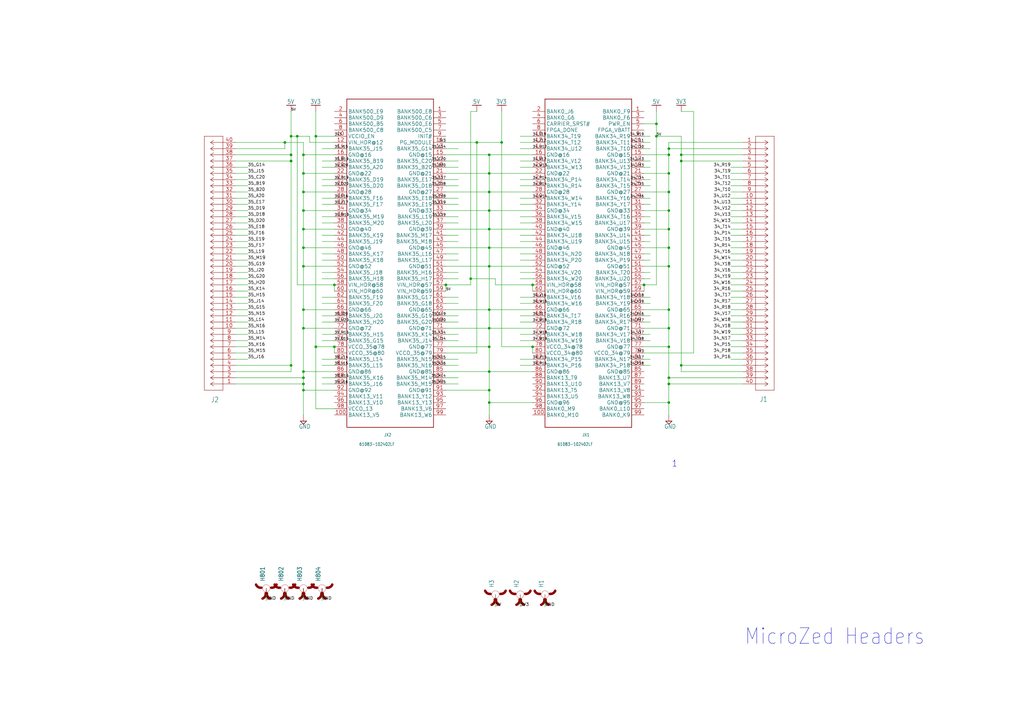
<source format=kicad_sch>
(kicad_sch (version 20250114) (generator "eeschema") (generator_version "9.0")
  (paper "A3")
  (title_block (title "MicroZed Headers") (rev "1"))
  (text "MicroZed Headers" (at 305.308 264.922 0) (effects (font (size 6.4516 5.4838)) (justify left bottom)))
  (text "1" (at 275.59 191.77 0) (effects (font (size 2.54 2.159)) (justify left bottom)))
  (junction (at 269.24 55.88))
  (junction (at 274.32 157.48))
  (junction (at 124.46 71.12))
  (junction (at 200.66 86.36))
  (junction (at 205.74 58.42))
  (junction (at 195.58 58.42))
  (junction (at 200.66 134.62))
  (junction (at 124.46 160.02))
  (junction (at 200.66 78.74))
  (junction (at 200.66 63.5))
  (junction (at 119.38 55.88))
  (junction (at 274.32 127))
  (junction (at 124.46 157.48))
  (junction (at 124.46 134.62))
  (junction (at 274.32 134.62))
  (junction (at 124.46 154.94))
  (junction (at 116.84 58.42))
  (junction (at 200.66 101.6))
  (junction (at 137.16 142.24))
  (junction (at 200.66 71.12))
  (junction (at 274.32 93.98))
  (junction (at 274.32 109.22))
  (junction (at 124.46 93.98))
  (junction (at 200.66 109.22))
  (junction (at 124.46 63.5))
  (junction (at 274.32 63.5))
  (junction (at 129.54 55.88))
  (junction (at 121.92 55.88))
  (junction (at 279.4 63.5))
  (junction (at 119.38 63.5))
  (junction (at 200.66 93.98))
  (junction (at 274.32 154.94))
  (junction (at 124.46 109.22))
  (junction (at 137.16 116.84))
  (junction (at 124.46 127))
  (junction (at 279.4 66.04))
  (junction (at 200.66 152.4))
  (junction (at 274.32 165.1))
  (junction (at 218.44 142.24))
  (junction (at 124.46 78.74))
  (junction (at 200.66 127))
  (junction (at 119.38 66.04))
  (junction (at 200.66 142.24))
  (junction (at 274.32 86.36))
  (junction (at 274.32 142.24))
  (junction (at 279.4 149.86))
  (junction (at 124.46 101.6))
  (junction (at 218.44 116.84))
  (junction (at 124.46 152.4))
  (junction (at 119.38 149.86))
  (junction (at 124.46 86.36))
  (junction (at 269.24 50.8))
  (junction (at 274.32 71.12))
  (junction (at 274.32 78.74))
  (junction (at 274.32 101.6))
  (junction (at 200.66 160.02))
  (junction (at 200.66 165.1))
  (junction (at 274.32 60.96))
  (junction (at 264.16 116.84))
  (junction (at 193.04 114.3))
  (junction (at 182.88 116.84))
  (junction (at 129.54 142.24))
  (wire (pts (xy 304.8 63.5) (xy 279.4 63.5)) (stroke (width 0.1524)))
  (wire (pts (xy 304.8 157.48) (xy 274.32 157.48)) (stroke (width 0.1524)))
  (wire (pts (xy 96.52 154.94) (xy 124.46 154.94)) (stroke (width 0.1524)))
  (wire (pts (xy 137.16 81.28) (xy 132.08 81.28)) (stroke (width 0.1524)))
  (wire (pts (xy 182.88 129.54) (xy 187.96 129.54)) (stroke (width 0.1524)))
  (wire (pts (xy 124.46 134.62) (xy 124.46 152.4)) (stroke (width 0.1524)))
  (wire (pts (xy 304.8 152.4) (xy 279.4 152.4)) (stroke (width 0.1524)))
  (wire (pts (xy 304.8 137.16) (xy 299.72 137.16)) (stroke (width 0.1524)))
  (wire (pts (xy 304.8 78.74) (xy 299.72 78.74)) (stroke (width 0.1524)))
  (wire (pts (xy 96.52 116.84) (xy 101.6 116.84)) (stroke (width 0.1524)))
  (wire (pts (xy 304.8 101.6) (xy 299.72 101.6)) (stroke (width 0.1524)))
  (wire (pts (xy 264.16 104.14) (xy 266.7 104.14)) (stroke (width 0.1524)))
  (wire (pts (xy 137.16 127) (xy 124.46 127)) (stroke (width 0.1524)))
  (wire (pts (xy 137.16 71.12) (xy 124.46 71.12)) (stroke (width 0.1524)))
  (wire (pts (xy 137.16 134.62) (xy 124.46 134.62)) (stroke (width 0.1524)))
  (wire (pts (xy 200.66 109.22) (xy 200.66 127)) (stroke (width 0.1524)))
  (wire (pts (xy 264.16 76.2) (xy 266.7 76.2)) (stroke (width 0.1524)))
  (wire (pts (xy 274.32 134.62) (xy 274.32 142.24)) (stroke (width 0.1524)))
  (wire (pts (xy 182.88 63.5) (xy 200.66 63.5)) (stroke (width 0.1524)))
  (wire (pts (xy 137.16 142.24) (xy 129.54 142.24)) (stroke (width 0.1524)))
  (wire (pts (xy 124.46 71.12) (xy 124.46 78.74)) (stroke (width 0.1524)))
  (wire (pts (xy 200.66 134.62) (xy 200.66 142.24)) (stroke (width 0.1524)))
  (wire (pts (xy 137.16 96.52) (xy 132.08 96.52)) (stroke (width 0.1524)))
  (wire (pts (xy 124.46 152.4) (xy 124.46 154.94)) (stroke (width 0.1524)))
  (wire (pts (xy 96.52 152.4) (xy 119.38 152.4)) (stroke (width 0.1524)))
  (wire (pts (xy 304.8 93.98) (xy 299.72 93.98)) (stroke (width 0.1524)))
  (wire (pts (xy 124.46 160.02) (xy 124.46 170.18)) (stroke (width 0.1524)))
  (wire (pts (xy 284.48 144.78) (xy 284.48 45.72)) (stroke (width 0.1524)))
  (wire (pts (xy 304.8 60.96) (xy 274.32 60.96)) (stroke (width 0.1524)))
  (wire (pts (xy 264.16 129.54) (xy 266.7 129.54)) (stroke (width 0.1524)))
  (wire (pts (xy 137.16 66.04) (xy 132.08 66.04)) (stroke (width 0.1524)))
  (wire (pts (xy 96.52 124.46) (xy 101.6 124.46)) (stroke (width 0.1524)))
  (wire (pts (xy 284.48 45.72) (xy 279.4 45.72)) (stroke (width 0.1524)))
  (wire (pts (xy 182.88 109.22) (xy 200.66 109.22)) (stroke (width 0.1524)))
  (wire (pts (xy 137.16 91.44) (xy 132.08 91.44)) (stroke (width 0.1524)))
  (wire (pts (xy 304.8 81.28) (xy 299.72 81.28)) (stroke (width 0.1524)))
  (wire (pts (xy 264.16 99.06) (xy 266.7 99.06)) (stroke (width 0.1524)))
  (wire (pts (xy 96.52 129.54) (xy 101.6 129.54)) (stroke (width 0.1524)))
  (wire (pts (xy 200.66 142.24) (xy 200.66 152.4)) (stroke (width 0.1524)))
  (wire (pts (xy 96.52 119.38) (xy 101.6 119.38)) (stroke (width 0.1524)))
  (wire (pts (xy 218.44 104.14) (xy 213.36 104.14)) (stroke (width 0.1524)))
  (wire (pts (xy 218.44 109.22) (xy 200.66 109.22)) (stroke (width 0.1524)))
  (wire (pts (xy 274.32 157.48) (xy 274.32 165.1)) (stroke (width 0.1524)))
  (wire (pts (xy 304.8 58.42) (xy 274.32 58.42)) (stroke (width 0.1524)))
  (wire (pts (xy 200.66 127) (xy 200.66 134.62)) (stroke (width 0.1524)))
  (wire (pts (xy 96.52 60.96) (xy 116.84 60.96)) (stroke (width 0.1524)))
  (wire (pts (xy 304.8 99.06) (xy 299.72 99.06)) (stroke (width 0.1524)))
  (wire (pts (xy 96.52 71.12) (xy 101.6 71.12)) (stroke (width 0.1524)))
  (wire (pts (xy 96.52 144.78) (xy 101.6 144.78)) (stroke (width 0.1524)))
  (wire (pts (xy 304.8 142.24) (xy 299.72 142.24)) (stroke (width 0.1524)))
  (wire (pts (xy 182.88 157.48) (xy 187.96 157.48)) (stroke (width 0.1524)))
  (wire (pts (xy 274.32 60.96) (xy 274.32 63.5)) (stroke (width 0.1524)))
  (wire (pts (xy 264.16 88.9) (xy 266.7 88.9)) (stroke (width 0.1524)))
  (wire (pts (xy 264.16 134.62) (xy 274.32 134.62)) (stroke (width 0.1524)))
  (wire (pts (xy 218.44 78.74) (xy 200.66 78.74)) (stroke (width 0.1524)))
  (wire (pts (xy 218.44 96.52) (xy 213.36 96.52)) (stroke (width 0.1524)))
  (wire (pts (xy 109.22 243.84) (xy 109.22 246.38)) (stroke (width 0.1524)))
  (wire (pts (xy 96.52 66.04) (xy 119.38 66.04)) (stroke (width 0.1524)))
  (wire (pts (xy 96.52 91.44) (xy 101.6 91.44)) (stroke (width 0.1524)))
  (wire (pts (xy 264.16 124.46) (xy 266.7 124.46)) (stroke (width 0.1524)))
  (wire (pts (xy 137.16 124.46) (xy 132.08 124.46)) (stroke (width 0.1524)))
  (wire (pts (xy 218.44 152.4) (xy 200.66 152.4)) (stroke (width 0.1524)))
  (wire (pts (xy 96.52 104.14) (xy 101.6 104.14)) (stroke (width 0.1524)))
  (wire (pts (xy 195.58 144.78) (xy 195.58 58.42)) (stroke (width 0.1524)))
  (wire (pts (xy 304.8 114.3) (xy 299.72 114.3)) (stroke (width 0.1524)))
  (wire (pts (xy 279.4 63.5) (xy 279.4 55.88)) (stroke (width 0.1524)))
  (wire (pts (xy 127 58.42) (xy 137.16 58.42)) (stroke (width 0.1524)))
  (wire (pts (xy 218.44 71.12) (xy 200.66 71.12)) (stroke (width 0.1524)))
  (wire (pts (xy 264.16 109.22) (xy 274.32 109.22)) (stroke (width 0.1524)))
  (wire (pts (xy 116.84 60.96) (xy 116.84 58.42)) (stroke (width 0.1524)))
  (wire (pts (xy 264.16 81.28) (xy 266.7 81.28)) (stroke (width 0.1524)))
  (wire (pts (xy 218.44 134.62) (xy 200.66 134.62)) (stroke (width 0.1524)))
  (wire (pts (xy 218.44 132.08) (xy 213.36 132.08)) (stroke (width 0.1524)))
  (wire (pts (xy 182.88 124.46) (xy 187.96 124.46)) (stroke (width 0.1524)))
  (wire (pts (xy 137.16 88.9) (xy 132.08 88.9)) (stroke (width 0.1524)))
  (wire (pts (xy 137.16 119.38) (xy 137.16 116.84)) (stroke (width 0.1524)))
  (wire (pts (xy 96.52 137.16) (xy 101.6 137.16)) (stroke (width 0.1524)))
  (wire (pts (xy 182.88 99.06) (xy 187.96 99.06)) (stroke (width 0.1524)))
  (wire (pts (xy 182.88 116.84) (xy 193.04 116.84)) (stroke (width 0.1524)))
  (wire (pts (xy 304.8 116.84) (xy 299.72 116.84)) (stroke (width 0.1524)))
  (wire (pts (xy 96.52 73.66) (xy 101.6 73.66)) (stroke (width 0.1524)))
  (wire (pts (xy 124.46 157.48) (xy 124.46 160.02)) (stroke (width 0.1524)))
  (wire (pts (xy 182.88 78.74) (xy 200.66 78.74)) (stroke (width 0.1524)))
  (wire (pts (xy 182.88 60.96) (xy 187.96 60.96)) (stroke (width 0.1524)))
  (wire (pts (xy 96.52 63.5) (xy 119.38 63.5)) (stroke (width 0.1524)))
  (wire (pts (xy 182.88 86.36) (xy 200.66 86.36)) (stroke (width 0.1524)))
  (wire (pts (xy 304.8 147.32) (xy 299.72 147.32)) (stroke (width 0.1524)))
  (wire (pts (xy 119.38 152.4) (xy 119.38 149.86)) (stroke (width 0.1524)))
  (wire (pts (xy 182.88 137.16) (xy 187.96 137.16)) (stroke (width 0.1524)))
  (wire (pts (xy 264.16 63.5) (xy 274.32 63.5)) (stroke (width 0.1524)))
  (wire (pts (xy 264.16 139.7) (xy 266.7 139.7)) (stroke (width 0.1524)))
  (wire (pts (xy 137.16 129.54) (xy 132.08 129.54)) (stroke (width 0.1524)))
  (wire (pts (xy 124.46 58.42) (xy 124.46 63.5)) (stroke (width 0.1524)))
  (wire (pts (xy 203.2 246.38) (xy 203.2 248.92)) (stroke (width 0.1524)))
  (wire (pts (xy 264.16 93.98) (xy 274.32 93.98)) (stroke (width 0.1524)))
  (wire (pts (xy 200.66 165.1) (xy 200.66 170.18)) (stroke (width 0.1524)))
  (wire (pts (xy 137.16 106.68) (xy 132.08 106.68)) (stroke (width 0.1524)))
  (wire (pts (xy 218.44 127) (xy 200.66 127)) (stroke (width 0.1524)))
  (wire (pts (xy 96.52 101.6) (xy 101.6 101.6)) (stroke (width 0.1524)))
  (wire (pts (xy 182.88 132.08) (xy 187.96 132.08)) (stroke (width 0.1524)))
  (wire (pts (xy 132.08 243.84) (xy 132.08 246.38)) (stroke (width 0.1524)))
  (wire (pts (xy 218.44 114.3) (xy 213.36 114.3)) (stroke (width 0.1524)))
  (wire (pts (xy 264.16 116.84) (xy 269.24 116.84)) (stroke (width 0.1524)))
  (wire (pts (xy 218.44 144.78) (xy 218.44 142.24)) (stroke (width 0.1524)))
  (wire (pts (xy 203.2 114.3) (xy 193.04 114.3)) (stroke (width 0.1524)))
  (wire (pts (xy 218.44 111.76) (xy 213.36 111.76)) (stroke (width 0.1524)))
  (wire (pts (xy 279.4 66.04) (xy 279.4 63.5)) (stroke (width 0.1524)))
  (wire (pts (xy 119.38 55.88) (xy 119.38 63.5)) (stroke (width 0.1524)))
  (wire (pts (xy 200.66 101.6) (xy 200.66 109.22)) (stroke (width 0.1524)))
  (wire (pts (xy 218.44 81.28) (xy 213.36 81.28)) (stroke (width 0.1524)))
  (wire (pts (xy 137.16 83.82) (xy 132.08 83.82)) (stroke (width 0.1524)))
  (wire (pts (xy 264.16 165.1) (xy 274.32 165.1)) (stroke (width 0.1524)))
  (wire (pts (xy 137.16 121.92) (xy 132.08 121.92)) (stroke (width 0.1524)))
  (wire (pts (xy 137.16 157.48) (xy 132.08 157.48)) (stroke (width 0.1524)))
  (wire (pts (xy 279.4 149.86) (xy 279.4 66.04)) (stroke (width 0.1524)))
  (wire (pts (xy 304.8 129.54) (xy 299.72 129.54)) (stroke (width 0.1524)))
  (wire (pts (xy 200.66 71.12) (xy 200.66 78.74)) (stroke (width 0.1524)))
  (wire (pts (xy 264.16 147.32) (xy 266.7 147.32)) (stroke (width 0.1524)))
  (wire (pts (xy 119.38 66.04) (xy 119.38 63.5)) (stroke (width 0.1524)))
  (wire (pts (xy 218.44 73.66) (xy 213.36 73.66)) (stroke (width 0.1524)))
  (wire (pts (xy 182.88 149.86) (xy 187.96 149.86)) (stroke (width 0.1524)))
  (wire (pts (xy 218.44 91.44) (xy 213.36 91.44)) (stroke (width 0.1524)))
  (wire (pts (xy 96.52 58.42) (xy 116.84 58.42)) (stroke (width 0.1524)))
  (wire (pts (xy 264.16 50.8) (xy 269.24 50.8)) (stroke (width 0.1524)))
  (wire (pts (xy 218.44 137.16) (xy 213.36 137.16)) (stroke (width 0.1524)))
  (wire (pts (xy 182.88 119.38) (xy 182.88 116.84)) (stroke (width 0.1524)))
  (wire (pts (xy 274.32 71.12) (xy 274.32 78.74)) (stroke (width 0.1524)))
  (wire (pts (xy 304.8 104.14) (xy 299.72 104.14)) (stroke (width 0.1524)))
  (wire (pts (xy 274.32 101.6) (xy 274.32 109.22)) (stroke (width 0.1524)))
  (wire (pts (xy 137.16 154.94) (xy 132.08 154.94)) (stroke (width 0.1524)))
  (wire (pts (xy 137.16 86.36) (xy 124.46 86.36)) (stroke (width 0.1524)))
  (wire (pts (xy 304.8 71.12) (xy 299.72 71.12)) (stroke (width 0.1524)))
  (wire (pts (xy 264.16 96.52) (xy 266.7 96.52)) (stroke (width 0.1524)))
  (wire (pts (xy 137.16 55.88) (xy 129.54 55.88)) (stroke (width 0.1524)))
  (wire (pts (xy 182.88 160.02) (xy 200.66 160.02)) (stroke (width 0.1524)))
  (wire (pts (xy 264.16 149.86) (xy 266.7 149.86)) (stroke (width 0.1524)))
  (wire (pts (xy 182.88 114.3) (xy 187.96 114.3)) (stroke (width 0.1524)))
  (wire (pts (xy 304.8 144.78) (xy 299.72 144.78)) (stroke (width 0.1524)))
  (wire (pts (xy 124.46 243.84) (xy 124.46 246.38)) (stroke (width 0.1524)))
  (wire (pts (xy 304.8 86.36) (xy 299.72 86.36)) (stroke (width 0.1524)))
  (wire (pts (xy 218.44 119.38) (xy 218.44 116.84)) (stroke (width 0.1524)))
  (wire (pts (xy 124.46 127) (xy 124.46 134.62)) (stroke (width 0.1524)))
  (wire (pts (xy 274.32 109.22) (xy 274.32 127)) (stroke (width 0.1524)))
  (wire (pts (xy 96.52 157.48) (xy 124.46 157.48)) (stroke (width 0.1524)))
  (wire (pts (xy 200.66 63.5) (xy 200.66 71.12)) (stroke (width 0.1524)))
  (wire (pts (xy 274.32 93.98) (xy 274.32 101.6)) (stroke (width 0.1524)))
  (wire (pts (xy 124.46 86.36) (xy 124.46 93.98)) (stroke (width 0.1524)))
  (wire (pts (xy 304.8 149.86) (xy 279.4 149.86)) (stroke (width 0.1524)))
  (wire (pts (xy 137.16 144.78) (xy 137.16 142.24)) (stroke (width 0.1524)))
  (wire (pts (xy 124.46 109.22) (xy 124.46 127)) (stroke (width 0.1524)))
  (wire (pts (xy 182.88 58.42) (xy 195.58 58.42)) (stroke (width 0.1524)))
  (wire (pts (xy 137.16 78.74) (xy 124.46 78.74)) (stroke (width 0.1524)))
  (wire (pts (xy 182.88 106.68) (xy 187.96 106.68)) (stroke (width 0.1524)))
  (wire (pts (xy 274.32 127) (xy 274.32 134.62)) (stroke (width 0.1524)))
  (wire (pts (xy 274.32 142.24) (xy 274.32 154.94)) (stroke (width 0.1524)))
  (wire (pts (xy 96.52 106.68) (xy 101.6 106.68)) (stroke (width 0.1524)))
  (wire (pts (xy 182.88 144.78) (xy 195.58 144.78)) (stroke (width 0.1524)))
  (wire (pts (xy 264.16 55.88) (xy 266.7 55.88)) (stroke (width 0.1524)))
  (wire (pts (xy 124.46 101.6) (xy 124.46 109.22)) (stroke (width 0.1524)))
  (wire (pts (xy 137.16 149.86) (xy 132.08 149.86)) (stroke (width 0.1524)))
  (wire (pts (xy 218.44 149.86) (xy 213.36 149.86)) (stroke (width 0.1524)))
  (wire (pts (xy 218.44 106.68) (xy 213.36 106.68)) (stroke (width 0.1524)))
  (wire (pts (xy 127 55.88) (xy 127 58.42)) (stroke (width 0.1524)))
  (wire (pts (xy 96.52 132.08) (xy 101.6 132.08)) (stroke (width 0.1524)))
  (wire (pts (xy 96.52 96.52) (xy 101.6 96.52)) (stroke (width 0.1524)))
  (wire (pts (xy 137.16 139.7) (xy 132.08 139.7)) (stroke (width 0.1524)))
  (wire (pts (xy 304.8 121.92) (xy 299.72 121.92)) (stroke (width 0.1524)))
  (wire (pts (xy 218.44 101.6) (xy 200.66 101.6)) (stroke (width 0.1524)))
  (wire (pts (xy 304.8 127) (xy 299.72 127)) (stroke (width 0.1524)))
  (wire (pts (xy 218.44 124.46) (xy 213.36 124.46)) (stroke (width 0.1524)))
  (wire (pts (xy 274.32 58.42) (xy 274.32 60.96)) (stroke (width 0.1524)))
  (wire (pts (xy 200.66 78.74) (xy 200.66 86.36)) (stroke (width 0.1524)))
  (wire (pts (xy 96.52 88.9) (xy 101.6 88.9)) (stroke (width 0.1524)))
  (wire (pts (xy 193.04 45.72) (xy 195.58 45.72)) (stroke (width 0.1524)))
  (wire (pts (xy 218.44 76.2) (xy 213.36 76.2)) (stroke (width 0.1524)))
  (wire (pts (xy 304.8 66.04) (xy 279.4 66.04)) (stroke (width 0.1524)))
  (wire (pts (xy 304.8 96.52) (xy 299.72 96.52)) (stroke (width 0.1524)))
  (wire (pts (xy 182.88 96.52) (xy 187.96 96.52)) (stroke (width 0.1524)))
  (wire (pts (xy 182.88 73.66) (xy 187.96 73.66)) (stroke (width 0.1524)))
  (wire (pts (xy 304.8 119.38) (xy 299.72 119.38)) (stroke (width 0.1524)))
  (wire (pts (xy 121.92 116.84) (xy 121.92 55.88)) (stroke (width 0.1524)))
  (wire (pts (xy 195.58 58.42) (xy 205.74 58.42)) (stroke (width 0.1524)))
  (wire (pts (xy 304.8 83.82) (xy 299.72 83.82)) (stroke (width 0.1524)))
  (wire (pts (xy 182.88 68.58) (xy 187.96 68.58)) (stroke (width 0.1524)))
  (wire (pts (xy 304.8 88.9) (xy 299.72 88.9)) (stroke (width 0.1524)))
  (wire (pts (xy 218.44 86.36) (xy 200.66 86.36)) (stroke (width 0.1524)))
  (wire (pts (xy 96.52 127) (xy 101.6 127)) (stroke (width 0.1524)))
  (wire (pts (xy 304.8 106.68) (xy 299.72 106.68)) (stroke (width 0.1524)))
  (wire (pts (xy 218.44 68.58) (xy 213.36 68.58)) (stroke (width 0.1524)))
  (wire (pts (xy 274.32 78.74) (xy 274.32 86.36)) (stroke (width 0.1524)))
  (wire (pts (xy 304.8 139.7) (xy 299.72 139.7)) (stroke (width 0.1524)))
  (wire (pts (xy 193.04 114.3) (xy 193.04 45.72)) (stroke (width 0.1524)))
  (wire (pts (xy 96.52 139.7) (xy 101.6 139.7)) (stroke (width 0.1524)))
  (wire (pts (xy 264.16 142.24) (xy 274.32 142.24)) (stroke (width 0.1524)))
  (wire (pts (xy 218.44 142.24) (xy 205.74 142.24)) (stroke (width 0.1524)))
  (wire (pts (xy 137.16 73.66) (xy 132.08 73.66)) (stroke (width 0.1524)))
  (wire (pts (xy 269.24 116.84) (xy 269.24 55.88)) (stroke (width 0.1524)))
  (wire (pts (xy 264.16 83.82) (xy 266.7 83.82)) (stroke (width 0.1524)))
  (wire (pts (xy 96.52 68.58) (xy 101.6 68.58)) (stroke (width 0.1524)))
  (wire (pts (xy 218.44 88.9) (xy 213.36 88.9)) (stroke (width 0.1524)))
  (wire (pts (xy 264.16 111.76) (xy 266.7 111.76)) (stroke (width 0.1524)))
  (wire (pts (xy 200.66 93.98) (xy 200.66 101.6)) (stroke (width 0.1524)))
  (wire (pts (xy 182.88 101.6) (xy 200.66 101.6)) (stroke (width 0.1524)))
  (wire (pts (xy 137.16 76.2) (xy 132.08 76.2)) (stroke (width 0.1524)))
  (wire (pts (xy 116.84 58.42) (xy 124.46 58.42)) (stroke (width 0.1524)))
  (wire (pts (xy 182.88 81.28) (xy 187.96 81.28)) (stroke (width 0.1524)))
  (wire (pts (xy 213.36 246.38) (xy 213.36 248.92)) (stroke (width 0.1524)))
  (wire (pts (xy 137.16 99.06) (xy 132.08 99.06)) (stroke (width 0.1524)))
  (wire (pts (xy 218.44 147.32) (xy 213.36 147.32)) (stroke (width 0.1524)))
  (wire (pts (xy 182.88 104.14) (xy 187.96 104.14)) (stroke (width 0.1524)))
  (wire (pts (xy 137.16 132.08) (xy 132.08 132.08)) (stroke (width 0.1524)))
  (wire (pts (xy 96.52 147.32) (xy 101.6 147.32)) (stroke (width 0.1524)))
  (wire (pts (xy 137.16 60.96) (xy 132.08 60.96)) (stroke (width 0.1524)))
  (wire (pts (xy 129.54 55.88) (xy 129.54 45.72)) (stroke (width 0.1524)))
  (wire (pts (xy 116.84 243.84) (xy 116.84 246.38)) (stroke (width 0.1524)))
  (wire (pts (xy 137.16 111.76) (xy 132.08 111.76)) (stroke (width 0.1524)))
  (wire (pts (xy 137.16 167.64) (xy 129.54 167.64)) (stroke (width 0.1524)))
  (wire (pts (xy 182.88 147.32) (xy 187.96 147.32)) (stroke (width 0.1524)))
  (wire (pts (xy 137.16 160.02) (xy 124.46 160.02)) (stroke (width 0.1524)))
  (wire (pts (xy 137.16 93.98) (xy 124.46 93.98)) (stroke (width 0.1524)))
  (wire (pts (xy 304.8 154.94) (xy 274.32 154.94)) (stroke (width 0.1524)))
  (wire (pts (xy 304.8 73.66) (xy 299.72 73.66)) (stroke (width 0.1524)))
  (wire (pts (xy 223.52 246.38) (xy 223.52 248.92)) (stroke (width 0.1524)))
  (wire (pts (xy 304.8 124.46) (xy 299.72 124.46)) (stroke (width 0.1524)))
  (wire (pts (xy 264.16 78.74) (xy 274.32 78.74)) (stroke (width 0.1524)))
  (wire (pts (xy 264.16 101.6) (xy 274.32 101.6)) (stroke (width 0.1524)))
  (wire (pts (xy 264.16 71.12) (xy 274.32 71.12)) (stroke (width 0.1524)))
  (wire (pts (xy 137.16 101.6) (xy 124.46 101.6)) (stroke (width 0.1524)))
  (wire (pts (xy 200.66 160.02) (xy 200.66 165.1)) (stroke (width 0.1524)))
  (wire (pts (xy 264.16 137.16) (xy 266.7 137.16)) (stroke (width 0.1524)))
  (wire (pts (xy 269.24 55.88) (xy 269.24 50.8)) (stroke (width 0.1524)))
  (wire (pts (xy 264.16 114.3) (xy 266.7 114.3)) (stroke (width 0.1524)))
  (wire (pts (xy 182.88 66.04) (xy 187.96 66.04)) (stroke (width 0.1524)))
  (wire (pts (xy 182.88 83.82) (xy 187.96 83.82)) (stroke (width 0.1524)))
  (wire (pts (xy 264.16 86.36) (xy 274.32 86.36)) (stroke (width 0.1524)))
  (wire (pts (xy 182.88 127) (xy 200.66 127)) (stroke (width 0.1524)))
  (wire (pts (xy 182.88 76.2) (xy 187.96 76.2)) (stroke (width 0.1524)))
  (wire (pts (xy 304.8 134.62) (xy 299.72 134.62)) (stroke (width 0.1524)))
  (wire (pts (xy 96.52 121.92) (xy 101.6 121.92)) (stroke (width 0.1524)))
  (wire (pts (xy 274.32 86.36) (xy 274.32 93.98)) (stroke (width 0.1524)))
  (wire (pts (xy 304.8 68.58) (xy 299.72 68.58)) (stroke (width 0.1524)))
  (wire (pts (xy 218.44 116.84) (xy 203.2 116.84)) (stroke (width 0.1524)))
  (wire (pts (xy 96.52 93.98) (xy 101.6 93.98)) (stroke (width 0.1524)))
  (wire (pts (xy 96.52 99.06) (xy 101.6 99.06)) (stroke (width 0.1524)))
  (wire (pts (xy 96.52 83.82) (xy 101.6 83.82)) (stroke (width 0.1524)))
  (wire (pts (xy 182.88 88.9) (xy 187.96 88.9)) (stroke (width 0.1524)))
  (wire (pts (xy 96.52 111.76) (xy 101.6 111.76)) (stroke (width 0.1524)))
  (wire (pts (xy 304.8 91.44) (xy 299.72 91.44)) (stroke (width 0.1524)))
  (wire (pts (xy 264.16 58.42) (xy 266.7 58.42)) (stroke (width 0.1524)))
  (wire (pts (xy 96.52 78.74) (xy 101.6 78.74)) (stroke (width 0.1524)))
  (wire (pts (xy 137.16 68.58) (xy 132.08 68.58)) (stroke (width 0.1524)))
  (wire (pts (xy 279.4 55.88) (xy 269.24 55.88)) (stroke (width 0.1524)))
  (wire (pts (xy 182.88 93.98) (xy 200.66 93.98)) (stroke (width 0.1524)))
  (wire (pts (xy 124.46 93.98) (xy 124.46 101.6)) (stroke (width 0.1524)))
  (wire (pts (xy 96.52 109.22) (xy 101.6 109.22)) (stroke (width 0.1524)))
  (wire (pts (xy 182.88 134.62) (xy 200.66 134.62)) (stroke (width 0.1524)))
  (wire (pts (xy 264.16 106.68) (xy 266.7 106.68)) (stroke (width 0.1524)))
  (wire (pts (xy 279.4 152.4) (xy 279.4 149.86)) (stroke (width 0.1524)))
  (wire (pts (xy 264.16 121.92) (xy 266.7 121.92)) (stroke (width 0.1524)))
  (wire (pts (xy 182.88 142.24) (xy 200.66 142.24)) (stroke (width 0.1524)))
  (wire (pts (xy 274.32 154.94) (xy 274.32 157.48)) (stroke (width 0.1524)))
  (wire (pts (xy 218.44 55.88) (xy 213.36 55.88)) (stroke (width 0.1524)))
  (wire (pts (xy 124.46 78.74) (xy 124.46 86.36)) (stroke (width 0.1524)))
  (wire (pts (xy 137.16 109.22) (xy 124.46 109.22)) (stroke (width 0.1524)))
  (wire (pts (xy 264.16 127) (xy 274.32 127)) (stroke (width 0.1524)))
  (wire (pts (xy 203.2 116.84) (xy 203.2 114.3)) (stroke (width 0.1524)))
  (wire (pts (xy 137.16 114.3) (xy 132.08 114.3)) (stroke (width 0.1524)))
  (wire (pts (xy 129.54 142.24) (xy 129.54 55.88)) (stroke (width 0.1524)))
  (wire (pts (xy 96.52 81.28) (xy 101.6 81.28)) (stroke (width 0.1524)))
  (wire (pts (xy 218.44 129.54) (xy 213.36 129.54)) (stroke (width 0.1524)))
  (wire (pts (xy 129.54 167.64) (xy 129.54 142.24)) (stroke (width 0.1524)))
  (wire (pts (xy 218.44 121.92) (xy 213.36 121.92)) (stroke (width 0.1524)))
  (wire (pts (xy 264.16 91.44) (xy 266.7 91.44)) (stroke (width 0.1524)))
  (wire (pts (xy 264.16 119.38) (xy 264.16 116.84)) (stroke (width 0.1524)))
  (wire (pts (xy 182.88 121.92) (xy 187.96 121.92)) (stroke (width 0.1524)))
  (wire (pts (xy 96.52 149.86) (xy 119.38 149.86)) (stroke (width 0.1524)))
  (wire (pts (xy 264.16 144.78) (xy 284.48 144.78)) (stroke (width 0.1524)))
  (wire (pts (xy 264.16 60.96) (xy 266.7 60.96)) (stroke (width 0.1524)))
  (wire (pts (xy 182.88 152.4) (xy 200.66 152.4)) (stroke (width 0.1524)))
  (wire (pts (xy 193.04 116.84) (xy 193.04 114.3)) (stroke (width 0.1524)))
  (wire (pts (xy 137.16 116.84) (xy 121.92 116.84)) (stroke (width 0.1524)))
  (wire (pts (xy 218.44 83.82) (xy 213.36 83.82)) (stroke (width 0.1524)))
  (wire (pts (xy 218.44 99.06) (xy 213.36 99.06)) (stroke (width 0.1524)))
  (wire (pts (xy 182.88 111.76) (xy 187.96 111.76)) (stroke (width 0.1524)))
  (wire (pts (xy 137.16 137.16) (xy 132.08 137.16)) (stroke (width 0.1524)))
  (wire (pts (xy 96.52 134.62) (xy 101.6 134.62)) (stroke (width 0.1524)))
  (wire (pts (xy 121.92 55.88) (xy 127 55.88)) (stroke (width 0.1524)))
  (wire (pts (xy 96.52 86.36) (xy 101.6 86.36)) (stroke (width 0.1524)))
  (wire (pts (xy 137.16 147.32) (xy 132.08 147.32)) (stroke (width 0.1524)))
  (wire (pts (xy 96.52 76.2) (xy 101.6 76.2)) (stroke (width 0.1524)))
  (wire (pts (xy 119.38 149.86) (xy 119.38 66.04)) (stroke (width 0.1524)))
  (wire (pts (xy 124.46 63.5) (xy 124.46 71.12)) (stroke (width 0.1524)))
  (wire (pts (xy 182.88 154.94) (xy 187.96 154.94)) (stroke (width 0.1524)))
  (wire (pts (xy 96.52 142.24) (xy 101.6 142.24)) (stroke (width 0.1524)))
  (wire (pts (xy 137.16 63.5) (xy 124.46 63.5)) (stroke (width 0.1524)))
  (wire (pts (xy 137.16 104.14) (xy 132.08 104.14)) (stroke (width 0.1524)))
  (wire (pts (xy 119.38 55.88) (xy 121.92 55.88)) (stroke (width 0.1524)))
  (wire (pts (xy 218.44 63.5) (xy 200.66 63.5)) (stroke (width 0.1524)))
  (wire (pts (xy 304.8 76.2) (xy 299.72 76.2)) (stroke (width 0.1524)))
  (wire (pts (xy 274.32 63.5) (xy 274.32 71.12)) (stroke (width 0.1524)))
  (wire (pts (xy 264.16 66.04) (xy 266.7 66.04)) (stroke (width 0.1524)))
  (wire (pts (xy 205.74 142.24) (xy 205.74 58.42)) (stroke (width 0.1524)))
  (wire (pts (xy 182.88 91.44) (xy 187.96 91.44)) (stroke (width 0.1524)))
  (wire (pts (xy 304.8 111.76) (xy 299.72 111.76)) (stroke (width 0.1524)))
  (wire (pts (xy 304.8 109.22) (xy 299.72 109.22)) (stroke (width 0.1524)))
  (wire (pts (xy 218.44 60.96) (xy 213.36 60.96)) (stroke (width 0.1524)))
  (wire (pts (xy 200.66 86.36) (xy 200.66 93.98)) (stroke (width 0.1524)))
  (wire (pts (xy 218.44 58.42) (xy 213.36 58.42)) (stroke (width 0.1524)))
  (wire (pts (xy 264.16 68.58) (xy 266.7 68.58)) (stroke (width 0.1524)))
  (wire (pts (xy 205.74 58.42) (xy 205.74 45.72)) (stroke (width 0.1524)))
  (wire (pts (xy 96.52 114.3) (xy 101.6 114.3)) (stroke (width 0.1524)))
  (wire (pts (xy 200.66 152.4) (xy 200.66 160.02)) (stroke (width 0.1524)))
  (wire (pts (xy 218.44 93.98) (xy 200.66 93.98)) (stroke (width 0.1524)))
  (wire (pts (xy 182.88 71.12) (xy 200.66 71.12)) (stroke (width 0.1524)))
  (wire (pts (xy 264.16 73.66) (xy 266.7 73.66)) (stroke (width 0.1524)))
  (wire (pts (xy 124.46 154.94) (xy 124.46 157.48)) (stroke (width 0.1524)))
  (wire (pts (xy 264.16 132.08) (xy 266.7 132.08)) (stroke (width 0.1524)))
  (wire (pts (xy 218.44 165.1) (xy 200.66 165.1)) (stroke (width 0.1524)))
  (wire (pts (xy 218.44 66.04) (xy 213.36 66.04)) (stroke (width 0.1524)))
  (wire (pts (xy 274.32 165.1) (xy 274.32 170.18)) (stroke (width 0.1524)))
  (wire (pts (xy 137.16 152.4) (xy 124.46 152.4)) (stroke (width 0.1524)))
  (wire (pts (xy 218.44 139.7) (xy 213.36 139.7)) (stroke (width 0.1524)))
  (wire (pts (xy 182.88 139.7) (xy 187.96 139.7)) (stroke (width 0.1524)))
  (wire (pts (xy 269.24 50.8) (xy 269.24 45.72)) (stroke (width 0.1524)))
  (wire (pts (xy 304.8 132.08) (xy 299.72 132.08)) (stroke (width 0.1524)))
  (wire (pts (xy 119.38 45.72) (xy 119.38 55.88)) (stroke (width 0.1524)))
  (label "34_P18" (at 264.16 149.86 180) (effects (font (size 1.016 1.016))))
  (label "34_R16" (at 299.72 119.38 180) (effects (font (size 1.2446 1.2446))))
  (label "35_B19" (at 137.16 66.04 0) (effects (font (size 1.016 1.016))))
  (label "34_P16" (at 299.72 147.32 180) (effects (font (size 1.2446 1.2446))))
  (label "34_W16" (at 299.72 116.84 180) (effects (font (size 1.2446 1.2446))))
  (label "35_N15" (at 182.88 147.32 180) (effects (font (size 1.016 1.016))))
  (label "35_B20" (at 101.6 78.74 0) (effects (font (size 1.2446 1.2446))))
  (label "GND" (at 116.84 246.38 0) (effects (font (size 1.2446 1.2446))))
  (label "34_P14" (at 218.44 73.66 0) (effects (font (size 1.016 1.016))))
  (label "34_Y19" (at 264.16 124.46 180) (effects (font (size 1.016 1.016))))
  (label "34_Y18" (at 299.72 109.22 180) (effects (font (size 1.2446 1.2446))))
  (label "34_P15" (at 299.72 142.24 180) (effects (font (size 1.2446 1.2446))))
  (label "34_W18" (at 218.44 137.16 0) (effects (font (size 1.016 1.016))))
  (label "34_T14" (at 264.16 73.66 180) (effects (font (size 1.016 1.016))))
  (label "34_P14" (at 299.72 96.52 180) (effects (font (size 1.2446 1.2446))))
  (label "35_G20" (at 182.88 132.08 180) (effects (font (size 1.016 1.016))))
  (label "35_G19" (at 101.6 109.22 0) (effects (font (size 1.2446 1.2446))))
  (label "35_H15" (at 137.16 137.16 0) (effects (font (size 1.016 1.016))))
  (label "35_J14" (at 101.6 124.46 0) (effects (font (size 1.2446 1.2446))))
  (label "5V" (at 119.38 45.72 0) (effects (font (size 1.016 1.016))))
  (label "34_T12" (at 299.72 76.2 180) (effects (font (size 1.2446 1.2446))))
  (label "35_B20" (at 182.88 68.58 180) (effects (font (size 1.016 1.016))))
  (label "35_F17" (at 137.16 83.82 0) (effects (font (size 1.016 1.016))))
  (label "GND" (at 109.22 246.38 0) (effects (font (size 1.2446 1.2446))))
  (label "34_U12" (at 218.44 60.96 0) (effects (font (size 1.016 1.016))))
  (label "35_D18" (at 182.88 76.2 180) (effects (font (size 1.016 1.016))))
  (label "35_H20" (at 137.16 132.08 0) (effects (font (size 1.016 1.016))))
  (label "3V3" (at 182.88 58.42 180) (effects (font (size 1.016 1.016))))
  (label "35_G19" (at 182.88 129.54 180) (effects (font (size 1.016 1.016))))
  (label "35_C20" (at 101.6 73.66 0) (effects (font (size 1.2446 1.2446))))
  (label "34_V12" (at 218.44 66.04 0) (effects (font (size 1.016 1.016))))
  (label "34_T10" (at 299.72 78.74 180) (effects (font (size 1.2446 1.2446))))
  (label "35_L14" (at 137.16 147.32 0) (effects (font (size 1.016 1.016))))
  (label "35_K16" (at 101.6 142.24 0) (effects (font (size 1.2446 1.2446))))
  (label "35_L14" (at 101.6 132.08 0) (effects (font (size 1.2446 1.2446))))
  (label "34_V18" (at 299.72 134.62 180) (effects (font (size 1.2446 1.2446))))
  (label "34_R14" (at 299.72 101.6 180) (effects (font (size 1.2446 1.2446))))
  (label "34_R16" (at 264.16 129.54 180) (effects (font (size 1.016 1.016))))
  (label "35_K14" (at 182.88 137.16 180) (effects (font (size 1.016 1.016))))
  (label "34_R18" (at 218.44 132.08 0) (effects (font (size 1.016 1.016))))
  (label "35_D20" (at 137.16 76.2 0) (effects (font (size 1.016 1.016))))
  (label "35_E17" (at 182.88 73.66 180) (effects (font (size 1.016 1.016))))
  (label "34_T15" (at 299.72 99.06 180) (effects (font (size 1.2446 1.2446))))
  (label "34_V16" (at 218.44 121.92 0) (effects (font (size 1.016 1.016))))
  (label "34_V17" (at 299.72 129.54 180) (effects (font (size 1.2446 1.2446))))
  (label "34_W19" (at 299.72 137.16 180) (effects (font (size 1.2446 1.2446))))
  (label "34_T10" (at 264.16 60.96 180) (effects (font (size 1.016 1.016))))
  (label "GND" (at 132.08 246.38 0) (effects (font (size 1.2446 1.2446))))
  (label "35_H20" (at 101.6 116.84 0) (effects (font (size 1.2446 1.2446))))
  (label "34_T15" (at 264.16 76.2 180) (effects (font (size 1.016 1.016))))
  (label "35_M15" (at 182.88 157.48 180) (effects (font (size 1.016 1.016))))
  (label "35_G15" (at 101.6 127 0) (effects (font (size 1.2446 1.2446))))
  (label "35_D19" (at 101.6 86.36 0) (effects (font (size 1.2446 1.2446))))
  (label "34_P16" (at 218.44 149.86 0) (effects (font (size 1.016 1.016))))
  (label "34_R14" (at 218.44 76.2 0) (effects (font (size 1.016 1.016))))
  (label "34_N17" (at 299.72 139.7 180) (effects (font (size 1.2446 1.2446))))
  (label "34_R17" (at 264.16 132.08 180) (effects (font (size 1.016 1.016))))
  (label "35_N16" (at 182.88 149.86 180) (effects (font (size 1.016 1.016))))
  (label "35_E18" (at 101.6 93.98 0) (effects (font (size 1.2446 1.2446))))
  (label "34_T17" (at 218.44 129.54 0) (effects (font (size 1.016 1.016))))
  (label "35_L15" (at 137.16 149.86 0) (effects (font (size 1.016 1.016))))
  (label "35_L19" (at 101.6 104.14 0) (effects (font (size 1.2446 1.2446))))
  (label "35_J15" (at 137.16 60.96 0) (effects (font (size 1.016 1.016))))
  (label "34_T11" (at 299.72 73.66 180) (effects (font (size 1.2446 1.2446))))
  (label "35_L15" (at 101.6 137.16 0) (effects (font (size 1.2446 1.2446))))
  (label "35_J16" (at 137.16 157.48 0) (effects (font (size 1.016 1.016))))
  (label "34_W18" (at 299.72 132.08 180) (effects (font (size 1.2446 1.2446))))
  (label "34_Y19" (at 299.72 114.3 180) (effects (font (size 1.2446 1.2446))))
  (label "35_G20" (at 101.6 114.3 0) (effects (font (size 1.2446 1.2446))))
  (label "34_Y18" (at 264.16 121.92 180) (effects (font (size 1.016 1.016))))
  (label "34_R19" (at 264.16 55.88 180) (effects (font (size 1.016 1.016))))
  (label "34_V18" (at 264.16 139.7 180) (effects (font (size 1.016 1.016))))
  (label "35_H15" (at 101.6 121.92 0) (effects (font (size 1.2446 1.2446))))
  (label "35_G15" (at 137.16 139.7 0) (effects (font (size 1.016 1.016))))
  (label "34_T19" (at 299.72 71.12 180) (effects (font (size 1.2446 1.2446))))
  (label "35_G14" (at 182.88 60.96 180) (effects (font (size 1.016 1.016))))
  (label "34_R17" (at 299.72 124.46 180) (effects (font (size 1.2446 1.2446))))
  (label "35_D19" (at 137.16 73.66 0) (effects (font (size 1.016 1.016))))
  (label "5V" (at 269.24 55.88 0) (effects (font (size 1.016 1.016))))
  (label "35_B19" (at 101.6 76.2 0) (effects (font (size 1.2446 1.2446))))
  (label "34_W16" (at 218.44 124.46 0) (effects (font (size 1.016 1.016))))
  (label "3V3" (at 264.16 144.78 180) (effects (font (size 1.016 1.016))))
  (label "34_T14" (at 299.72 93.98 180) (effects (font (size 1.2446 1.2446))))
  (label "34_T12" (at 218.44 58.42 0) (effects (font (size 1.016 1.016))))
  (label "35_J20" (at 137.16 129.54 0) (effects (font (size 1.016 1.016))))
  (label "34_W14" (at 218.44 81.28 0) (effects (font (size 1.016 1.016))))
  (label "35_E17" (at 101.6 83.82 0) (effects (font (size 1.2446 1.2446))))
  (label "35_M15" (at 101.6 144.78 0) (effects (font (size 1.2446 1.2446))))
  (label "34_V17" (at 264.16 137.16 180) (effects (font (size 1.016 1.016))))
  (label "34_R19" (at 299.72 68.58 180) (effects (font (size 1.2446 1.2446))))
  (label "34_W13" (at 299.72 91.44 180) (effects (font (size 1.2446 1.2446))))
  (label "34_R18" (at 299.72 127 180) (effects (font (size 1.2446 1.2446))))
  (label "34_T11" (at 264.16 58.42 180) (effects (font (size 1.016 1.016))))
  (label "34_P18" (at 299.72 144.78 180) (effects (font (size 1.2446 1.2446))))
  (label "35_J14" (at 182.88 139.7 180) (effects (font (size 1.016 1.016))))
  (label "35_J20" (at 101.6 111.76 0) (effects (font (size 1.2446 1.2446))))
  (label "35_F16" (at 101.6 96.52 0) (effects (font (size 1.2446 1.2446))))
  (label "GND" (at 223.52 248.92 0) (effects (font (size 1.2446 1.2446))))
  (label "35_E19" (at 101.6 99.06 0) (effects (font (size 1.2446 1.2446))))
  (label "35_J15" (at 101.6 71.12 0) (effects (font (size 1.2446 1.2446))))
  (label "35_A20" (at 101.6 81.28 0) (effects (font (size 1.2446 1.2446))))
  (label "3V3" (at 213.36 248.92 0) (effects (font (size 1.2446 1.2446))))
  (label "GND" (at 124.46 246.38 0) (effects (font (size 1.2446 1.2446))))
  (label "35_D20" (at 101.6 91.44 0) (effects (font (size 1.2446 1.2446))))
  (label "34_W14" (at 299.72 106.68 180) (effects (font (size 1.2446 1.2446))))
  (label "34_W19" (at 218.44 139.7 0) (effects (font (size 1.016 1.016))))
  (label "5V" (at 182.88 119.38 0) (effects (font (size 1.016 1.016))))
  (label "35_E18" (at 182.88 81.28 180) (effects (font (size 1.016 1.016))))
  (label "5V" (at 203.2 248.92 0) (effects (font (size 1.2446 1.2446))))
  (label "34_T19" (at 218.44 55.88 0) (effects (font (size 1.016 1.016))))
  (label "34_V13" (at 264.16 68.58 180) (effects (font (size 1.016 1.016))))
  (label "35_N16" (at 101.6 134.62 0) (effects (font (size 1.2446 1.2446))))
  (label "35_E19" (at 182.88 83.82 180) (effects (font (size 1.016 1.016))))
  (label "35_M19" (at 137.16 88.9 0) (effects (font (size 1.016 1.016))))
  (label "34_U13" (at 264.16 66.04 180) (effects (font (size 1.016 1.016))))
  (label "35_F17" (at 101.6 101.6 0) (effects (font (size 1.2446 1.2446))))
  (label "34_N17" (at 264.16 147.32 180) (effects (font (size 1.016 1.016))))
  (label "34_V16" (at 299.72 111.76 180) (effects (font (size 1.2446 1.2446))))
  (label "35_K16" (at 137.16 154.94 0) (effects (font (size 1.016 1.016))))
  (label "34_Y16" (at 299.72 104.14 180) (effects (font (size 1.2446 1.2446))))
  (label "35_N15" (at 101.6 129.54 0) (effects (font (size 1.2446 1.2446))))
  (label "35_J16" (at 101.6 147.32 0) (effects (font (size 1.2446 1.2446))))
  (label "35_M14" (at 101.6 139.7 0) (effects (font (size 1.2446 1.2446))))
  (label "35_L19" (at 182.88 88.9 180) (effects (font (size 1.016 1.016))))
  (label "35_M19" (at 101.6 106.68 0) (effects (font (size 1.2446 1.2446))))
  (label "35_K14" (at 101.6 119.38 0) (effects (font (size 1.2446 1.2446))))
  (label "34_P15" (at 218.44 147.32 0) (effects (font (size 1.016 1.016))))
  (label "34_Y16" (at 264.16 81.28 180) (effects (font (size 1.016 1.016))))
  (label "35_F16" (at 137.16 81.28 0) (effects (font (size 1.016 1.016))))
  (label "35_C20" (at 182.88 66.04 180) (effects (font (size 1.016 1.016))))
  (label "35_A20" (at 137.16 68.58 0) (effects (font (size 1.016 1.016))))
  (label "34_U12" (at 299.72 81.28 180) (effects (font (size 1.2446 1.2446))))
  (label "35_M14" (at 182.88 154.94 180) (effects (font (size 1.016 1.016))))
  (label "35_G14" (at 101.6 68.58 0) (effects (font (size 1.2446 1.2446))))
  (label "34_V12" (at 299.72 86.36 180) (effects (font (size 1.2446 1.2446))))
  (label "35_D18" (at 101.6 88.9 0) (effects (font (size 1.2446 1.2446))))
  (label "34_U13" (at 299.72 83.82 180) (effects (font (size 1.2446 1.2446))))
  (label "34_V13" (at 299.72 88.9 180) (effects (font (size 1.2446 1.2446))))
  (label "34_W13" (at 218.44 68.58 0) (effects (font (size 1.016 1.016))))
  (label "34_T17" (at 299.72 121.92 180) (effects (font (size 1.2446 1.2446))))
  (label "3V3" (at 137.16 55.88 0) (effects (font (size 1.016 1.016))))
  (symbol (lib_id "ZED_BREAKOUT_v22-eagle-import:MOUNT-PAD-ROUND5.0") (at 132.08 241.3 90) (unit 1)
    (property "Reference" "H804" (at 131.4958 238.506 0) (effects (font (size 1.778 1.5113)) (justify left bottom)))
    (property "Value" "MOUNT-PAD-ROUND5.0" (effects (hide yes)))
    (property "Footprint" "ZED_BREAKOUT_v22:5,0-PAD" (effects (hide yes)))
  )
  (symbol (lib_id "ZED_BREAKOUT_v22-eagle-import:GND") (at 274.32 172.72 0) (unit 1)
    (property "Reference" "#SUPPLY020" (effects (hide yes)))
    (property "Value" "GND" (at 272.415 175.895 0) (effects (font (size 1.778 1.5113)) (justify left bottom)))
  )
  (symbol (lib_id "ZED_BREAKOUT_v22-eagle-import:MOUNT-PAD-ROUND5.0") (at 203.2 243.84 90) (unit 1)
    (property "Reference" "H3" (at 202.6158 241.046 0) (effects (font (size 1.778 1.5113)) (justify left bottom)))
    (property "Value" "MOUNT-PAD-ROUND5.0" (effects (hide yes)))
    (property "Footprint" "ZED_BREAKOUT_v22:5,0-PAD" (effects (hide yes)))
  )
  (symbol (lib_id "ZED_BREAKOUT_v22-eagle-import:MOUNT-PAD-ROUND5.0") (at 109.22 241.3 90) (unit 1)
    (property "Reference" "H801" (at 108.6358 238.506 0) (effects (font (size 1.778 1.5113)) (justify left bottom)))
    (property "Value" "MOUNT-PAD-ROUND5.0" (effects (hide yes)))
    (property "Footprint" "ZED_BREAKOUT_v22:5,0-PAD" (effects (hide yes)))
  )
  (symbol (lib_id "ZED_BREAKOUT_v22-eagle-import:+5V") (at 269.24 45.72 0) (unit 1)
    (property "Reference" "#SUPPLY01" (effects (hide yes)))
    (property "Value" "5V" (at 269.113 42.672 0) (effects (font (size 1.778 1.5113)) (justify bottom)))
  )
  (symbol (lib_id "ZED_BREAKOUT_v22-eagle-import:MOUNT-PAD-ROUND5.0") (at 116.84 241.3 90) (unit 1)
    (property "Reference" "H802" (at 116.2558 238.506 0) (effects (font (size 1.778 1.5113)) (justify left bottom)))
    (property "Value" "MOUNT-PAD-ROUND5.0" (effects (hide yes)))
    (property "Footprint" "ZED_BREAKOUT_v22:5,0-PAD" (effects (hide yes)))
  )
  (symbol (lib_id "ZED_BREAKOUT_v22-eagle-import:GND") (at 124.46 172.72 0) (unit 1)
    (property "Reference" "#SUPPLY04" (effects (hide yes)))
    (property "Value" "GND" (at 122.555 175.895 0) (effects (font (size 1.778 1.5113)) (justify left bottom)))
  )
  (symbol (lib_id "ZED_BREAKOUT_v22-eagle-import:+3.3V") (at 279.4 45.72 0) (unit 1)
    (property "Reference" "#SUPPLY07" (effects (hide yes)))
    (property "Value" "3V3" (at 279.273 42.672 0) (effects (font (size 1.778 1.5113)) (justify bottom)))
  )
  (symbol (lib_id "ZED_BREAKOUT_v22-eagle-import:+3.3V") (at 129.54 45.72 0) (unit 1)
    (property "Reference" "#SUPPLY09" (effects (hide yes)))
    (property "Value" "3V3" (at 129.413 42.672 0) (effects (font (size 1.778 1.5113)) (justify bottom)))
  )
  (symbol (lib_id "ZED_BREAKOUT_v22-eagle-import:MOUNT-PAD-ROUND5.0") (at 223.52 243.84 90) (unit 1)
    (property "Reference" "H1" (at 222.9358 241.046 0) (effects (font (size 1.778 1.5113)) (justify left bottom)))
    (property "Value" "MOUNT-PAD-ROUND5.0" (effects (hide yes)))
    (property "Footprint" "ZED_BREAKOUT_v22:5,0-PAD" (effects (hide yes)))
  )
  (symbol (lib_id "ZED_BREAKOUT_v22-eagle-import:61083-102402LF-JX1") (at 241.3 106.68 0) (mirror y) (unit 1)
    (property "Reference" "JX1" (at 238.76 179.07 0) (effects (font (size 1.27 1.0795)) (justify right bottom)))
    (property "Value" "61083-102402LF" (at 228.6 182.88 0) (effects (font (size 1.27 1.0795)) (justify right bottom)))
    (property "Footprint" "ZED_BREAKOUT_v22:61083-102402LF" (effects (hide yes)))
  )
  (symbol (lib_id "ZED_BREAKOUT_v22-eagle-import:MOUNT-PAD-ROUND5.0") (at 124.46 241.3 90) (unit 1)
    (property "Reference" "H803" (at 123.8758 238.506 0) (effects (font (size 1.778 1.5113)) (justify left bottom)))
    (property "Value" "MOUNT-PAD-ROUND5.0" (effects (hide yes)))
    (property "Footprint" "ZED_BREAKOUT_v22:5,0-PAD" (effects (hide yes)))
  )
  (symbol (lib_id "ZED_BREAKOUT_v22-eagle-import:+3.3V") (at 205.74 45.72 0) (unit 1)
    (property "Reference" "#SUPPLY08" (effects (hide yes)))
    (property "Value" "3V3" (at 205.613 42.672 0) (effects (font (size 1.778 1.5113)) (justify bottom)))
  )
  (symbol (lib_id "ZED_BREAKOUT_v22-eagle-import:MOUNT-PAD-ROUND5.0") (at 213.36 243.84 90) (unit 1)
    (property "Reference" "H2" (at 212.7758 241.046 0) (effects (font (size 1.778 1.5113)) (justify left bottom)))
    (property "Value" "MOUNT-PAD-ROUND5.0" (effects (hide yes)))
    (property "Footprint" "ZED_BREAKOUT_v22:5,0-PAD" (effects (hide yes)))
  )
  (symbol (lib_id "ZED_BREAKOUT_v22-eagle-import:61083-102402LF-JX2") (at 160.02 106.68 0) (mirror y) (unit 1)
    (property "Reference" "JX2" (at 157.48 179.07 0) (effects (font (size 1.27 1.0795)) (justify right bottom)))
    (property "Value" "61083-102402LF" (at 147.32 182.88 0) (effects (font (size 1.27 1.0795)) (justify right bottom)))
    (property "Footprint" "ZED_BREAKOUT_v22:61083-102402LF" (effects (hide yes)))
  )
  (symbol (lib_id "ZED_BREAKOUT_v22-eagle-import:TD-120-G-AACON40_2X20_TU_HTS_SAI") (at 304.8 58.42 0) (unit 1)
    (property "Reference" "J1" (at 311.5046 164.8714 0) (effects (font (size 2.083 1.7705)) (justify left bottom)))
    (property "Value" "TD-120-G-AACON40_2X20_TU_HTS_SAI" (effects (hide yes)))
    (property "Footprint" "ZED_BREAKOUT_v22:CON40_2X20_TU_HTS_SAI" (effects (hide yes)))
  )
  (symbol (lib_id "ZED_BREAKOUT_v22-eagle-import:+5V") (at 195.58 45.72 0) (unit 1)
    (property "Reference" "#SUPPLY05" (effects (hide yes)))
    (property "Value" "5V" (at 195.453 42.672 0) (effects (font (size 1.778 1.5113)) (justify bottom)))
  )
  (symbol (lib_id "ZED_BREAKOUT_v22-eagle-import:TD-120-G-AACON40_2X20_TU_HTS_SAI") (at 96.52 157.48 180) (unit 1)
    (property "Reference" "J2" (at 89.8154 162.7886 0) (effects (font (size 2.083 1.7705)) (justify left bottom)))
    (property "Value" "TD-120-G-AACON40_2X20_TU_HTS_SAI" (effects (hide yes)))
    (property "Footprint" "ZED_BREAKOUT_v22:CON40_2X20_TU_HTS_SAI" (effects (hide yes)))
  )
  (symbol (lib_id "ZED_BREAKOUT_v22-eagle-import:GND") (at 200.66 172.72 0) (unit 1)
    (property "Reference" "#SUPPLY03" (effects (hide yes)))
    (property "Value" "GND" (at 198.755 175.895 0) (effects (font (size 1.778 1.5113)) (justify left bottom)))
  )
  (symbol (lib_id "ZED_BREAKOUT_v22-eagle-import:+5V") (at 119.38 45.72 0) (unit 1)
    (property "Reference" "#SUPPLY06" (effects (hide yes)))
    (property "Value" "5V" (at 119.253 42.672 0) (effects (font (size 1.778 1.5113)) (justify bottom)))
  )
)
</source>
